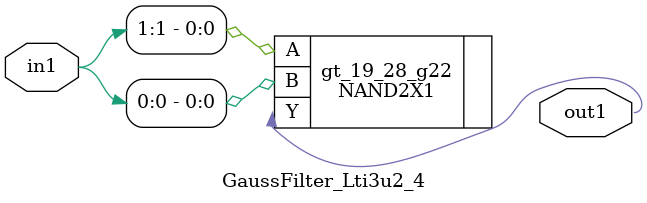
<source format=v>
`timescale 1ps / 1ps


module GaussFilter_Lti3u2_4(in1, out1);
  input [1:0] in1;
  output out1;
  wire [1:0] in1;
  wire out1;
  NAND2X1 gt_19_28_g22(.A (in1[1]), .B (in1[0]), .Y (out1));
endmodule



</source>
